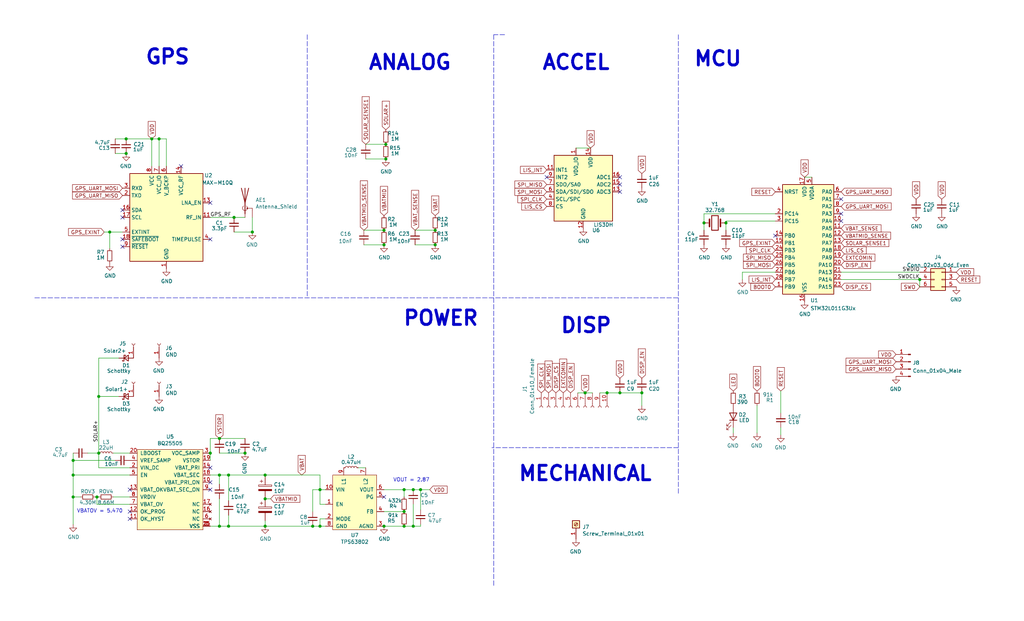
<source format=kicad_sch>
(kicad_sch (version 20211123) (generator eeschema)
  (paper "USLegal")
  (lib_symbols
    (symbol "Connector:Conn_01x01_Female" (pin_names (offset 1.016) hide)
      (property "Reference" "J" (at 0 2.54 0))
      (property "Value" "Conn_01x01_Female" (at 0 -2.54 0))
      (symbol "Conn_01x01_Female_1_1"
        (pin passive line (at -5.08 0 0) (length 3.81) (name "Pin_1") (number "1"))
      )
    )
    (symbol "Connector:Conn_01x04_Male" (pin_names (offset 1.016) hide)
      (property "Reference" "J" (at 0 5.08 0))
      (property "Value" "Conn_01x04_Male" (at 0 -7.62 0))
      (symbol "Conn_01x04_Male_1_1"
        (pin passive line (at 5.08 2.54 180) (length 3.81) (name "Pin_1") (number "1"))
        (pin passive line (at 5.08 0 180) (length 3.81) (name "Pin_2") (number "2"))
        (pin passive line (at 5.08 -2.54 180) (length 3.81) (name "Pin_3") (number "3"))
        (pin passive line (at 5.08 -5.08 180) (length 3.81) (name "Pin_4") (number "4"))
      )
    )
    (symbol "Connector:Conn_01x10_Female" (pin_names (offset 1.016) hide)
      (property "Reference" "J" (at 0 12.7 0))
      (property "Value" "Conn_01x10_Female" (at 0 -15.24 0))
      (symbol "Conn_01x10_Female_1_1"
        (pin passive line (at -5.08 10.16 0) (length 3.81) (name "Pin_1") (number "1"))
        (pin passive line (at -5.08 -12.7 0) (length 3.81) (name "Pin_10") (number "10"))
        (pin passive line (at -5.08 7.62 0) (length 3.81) (name "Pin_2") (number "2"))
        (pin passive line (at -5.08 5.08 0) (length 3.81) (name "Pin_3") (number "3"))
        (pin passive line (at -5.08 2.54 0) (length 3.81) (name "Pin_4") (number "4"))
        (pin passive line (at -5.08 0 0) (length 3.81) (name "Pin_5") (number "5"))
        (pin passive line (at -5.08 -2.54 0) (length 3.81) (name "Pin_6") (number "6"))
        (pin passive line (at -5.08 -5.08 0) (length 3.81) (name "Pin_7") (number "7"))
        (pin passive line (at -5.08 -7.62 0) (length 3.81) (name "Pin_8") (number "8"))
        (pin passive line (at -5.08 -10.16 0) (length 3.81) (name "Pin_9") (number "9"))
      )
    )
    (symbol "Connector:Screw_Terminal_01x01" (pin_names (offset 1.016) hide)
      (property "Reference" "J" (at 0 2.54 0))
      (property "Value" "Screw_Terminal_01x01" (at 0 -2.54 0))
      (symbol "Screw_Terminal_01x01_1_1"
        (pin passive line (at -5.08 0 0) (length 3.81) (name "Pin_1") (number "1"))
      )
    )
    (symbol "Connector_Generic:Conn_02x03_Odd_Even" (pin_names (offset 1.016) hide)
      (property "Reference" "J" (at 1.27 5.08 0))
      (property "Value" "Conn_02x03_Odd_Even" (at 1.27 -5.08 0))
      (symbol "Conn_02x03_Odd_Even_1_1"
        (pin passive line (at -5.08 2.54 0) (length 3.81) (name "Pin_1") (number "1"))
        (pin passive line (at 7.62 2.54 180) (length 3.81) (name "Pin_2") (number "2"))
        (pin passive line (at -5.08 0 0) (length 3.81) (name "Pin_3") (number "3"))
        (pin passive line (at 7.62 0 180) (length 3.81) (name "Pin_4") (number "4"))
        (pin passive line (at -5.08 -2.54 0) (length 3.81) (name "Pin_5") (number "5"))
        (pin passive line (at 7.62 -2.54 180) (length 3.81) (name "Pin_6") (number "6"))
      )
    )
    (symbol "Device:Antenna_Shield" (pin_numbers hide) (pin_names (offset 1.016) hide)
      (property "Reference" "AE" (at -1.905 4.445 0))
      (property "Value" "Antenna_Shield" (at -1.905 2.54 0))
      (symbol "Antenna_Shield_1_1"
        (pin input line (at 0 -5.08 90) (length 2.54) (name "A") (number "1"))
        (pin input line (at 2.54 -5.08 90) (length 2.54) (name "Shield") (number "2"))
      )
    )
    (symbol "Device:CP" (pin_numbers hide) (pin_names (offset 0.254))
      (property "Reference" "C" (at 0.635 2.54 0))
      (property "Value" "Device_CP" (at 0.635 -2.54 0))
      (symbol "CP_1_1"
        (pin passive line (at 0 3.81 270) (length 2.794) (name "~") (number "1"))
        (pin passive line (at 0 -3.81 90) (length 2.794) (name "~") (number "2"))
      )
    )
    (symbol "Device:C_Small" (pin_numbers hide) (pin_names (offset 0.254) hide)
      (property "Reference" "C" (at 0.254 1.778 0))
      (property "Value" "C_Small" (at 0.254 -2.032 0))
      (symbol "C_Small_1_1"
        (pin passive line (at 0 2.54 270) (length 2.032) (name "~") (number "1"))
        (pin passive line (at 0 -2.54 90) (length 2.032) (name "~") (number "2"))
      )
    )
    (symbol "Device:Crystal" (pin_numbers hide) (pin_names (offset 1.016) hide)
      (property "Reference" "Y" (at 0 3.81 0))
      (property "Value" "Crystal" (at 0 -3.81 0))
      (symbol "Crystal_1_1"
        (pin passive line (at -3.81 0 0) (length 1.27) (name "1") (number "1"))
        (pin passive line (at 3.81 0 180) (length 1.27) (name "2") (number "2"))
      )
    )
    (symbol "Device:D_Schottky_Small" (pin_numbers hide) (pin_names (offset 0.254) hide)
      (property "Reference" "D" (at -1.27 2.032 0))
      (property "Value" "D_Schottky_Small" (at -7.112 -2.032 0))
      (symbol "D_Schottky_Small_1_1"
        (pin passive line (at -2.54 0 0) (length 1.778) (name "K") (number "1"))
        (pin passive line (at 2.54 0 180) (length 1.778) (name "A") (number "2"))
      )
    )
    (symbol "Device:LED" (pin_numbers hide) (pin_names (offset 1.016) hide)
      (property "Reference" "D" (at 0 2.54 0))
      (property "Value" "LED" (at 0 -2.54 0))
      (symbol "LED_1_1"
        (pin passive line (at -3.81 0 0) (length 2.54) (name "K") (number "1"))
        (pin passive line (at 3.81 0 180) (length 2.54) (name "A") (number "2"))
      )
    )
    (symbol "Device:L_Small" (pin_numbers hide) (pin_names (offset 0.254) hide)
      (property "Reference" "L" (at 0.762 1.016 0))
      (property "Value" "L_Small" (at 0.762 -1.016 0))
      (symbol "L_Small_1_1"
        (pin passive line (at 0 2.54 270) (length 0.508) (name "~") (number "1"))
        (pin passive line (at 0 -2.54 90) (length 0.508) (name "~") (number "2"))
      )
    )
    (symbol "Device:R_Small" (pin_numbers hide) (pin_names (offset 0.254) hide)
      (property "Reference" "R" (at 0.762 0.508 0))
      (property "Value" "R_Small" (at 0.762 -1.016 0))
      (symbol "R_Small_1_1"
        (pin passive line (at 0 2.54 270) (length 0.762) (name "~") (number "1"))
        (pin passive line (at 0 -2.54 90) (length 0.762) (name "~") (number "2"))
      )
    )
    (symbol "MCU_ST_STM32L0:STM32L011G3Ux"
      (property "Reference" "U" (at -10.16 19.05 0))
      (property "Value" "STM32L011G3Ux" (at 2.54 19.05 0))
      (symbol "STM32L011G3Ux_1_1"
        (pin bidirectional line (at -12.7 -17.78 0) (length 2.54) (name "PB9") (number "1"))
        (pin bidirectional line (at 10.16 5.08 180) (length 2.54) (name "PA4") (number "10"))
        (pin bidirectional line (at 10.16 2.54 180) (length 2.54) (name "PA5") (number "11"))
        (pin bidirectional line (at 10.16 0 180) (length 2.54) (name "PA6") (number "12"))
        (pin bidirectional line (at 10.16 -2.54 180) (length 2.54) (name "PA7") (number "13"))
        (pin bidirectional line (at -12.7 0 0) (length 2.54) (name "PB0") (number "14"))
        (pin bidirectional line (at -12.7 -2.54 0) (length 2.54) (name "PB1") (number "15"))
        (pin power_in line (at -2.54 -22.86 90) (length 2.54) (name "VSS") (number "16"))
        (pin power_in line (at -2.54 20.32 270) (length 2.54) (name "VDD") (number "17"))
        (pin bidirectional line (at 10.16 -5.08 180) (length 2.54) (name "PA8") (number "18"))
        (pin bidirectional line (at 10.16 -7.62 180) (length 2.54) (name "PA9") (number "19"))
        (pin bidirectional line (at -12.7 7.62 0) (length 2.54) (name "PC14") (number "2"))
        (pin bidirectional line (at 10.16 -10.16 180) (length 2.54) (name "PA10") (number "20"))
        (pin bidirectional line (at 10.16 -12.7 180) (length 2.54) (name "PA13") (number "21"))
        (pin bidirectional line (at 10.16 -15.24 180) (length 2.54) (name "PA14") (number "22"))
        (pin bidirectional line (at 10.16 -17.78 180) (length 2.54) (name "PA15") (number "23"))
        (pin bidirectional line (at -12.7 -5.08 0) (length 2.54) (name "PB3") (number "24"))
        (pin bidirectional line (at -12.7 -7.62 0) (length 2.54) (name "PB4") (number "25"))
        (pin bidirectional line (at -12.7 -10.16 0) (length 2.54) (name "PB5") (number "26"))
        (pin bidirectional line (at -12.7 -12.7 0) (length 2.54) (name "PB6") (number "27"))
        (pin bidirectional line (at -12.7 -15.24 0) (length 2.54) (name "PB7") (number "28"))
        (pin bidirectional line (at -12.7 5.08 0) (length 2.54) (name "PC15") (number "3"))
        (pin input line (at -12.7 15.24 0) (length 2.54) (name "NRST") (number "4"))
        (pin power_in line (at 0 20.32 270) (length 2.54) (name "VDDA") (number "5"))
        (pin bidirectional line (at 10.16 15.24 180) (length 2.54) (name "PA0") (number "6"))
        (pin bidirectional line (at 10.16 12.7 180) (length 2.54) (name "PA1") (number "7"))
        (pin bidirectional line (at 10.16 10.16 180) (length 2.54) (name "PA2") (number "8"))
        (pin bidirectional line (at 10.16 7.62 180) (length 2.54) (name "PA3") (number "9"))
      )
    )
    (symbol "MargoGeneral:BQ25505" (pin_names (offset 1.016))
      (property "Reference" "U" (at 17.78 30.48 0))
      (property "Value" "MargoGeneral_BQ25505" (at 5.08 30.48 0))
      (symbol "BQ25505_1_1"
        (pin input line (at 25.4 1.27 180) (length 2.54) (name "VSS") (number "1"))
        (pin input line (at 25.4 16.51 180) (length 2.54) (name "VBAT_PRI_ON") (number "10"))
        (pin input line (at -2.54 3.81 0) (length 2.54) (name "OK_HYST") (number "11"))
        (pin input line (at -2.54 6.35 0) (length 2.54) (name "OK_PROG") (number "12"))
        (pin input line (at -2.54 13.97 0) (length 2.54) (name "VBAT_OK") (number "13"))
        (pin input line (at 25.4 21.59 180) (length 2.54) (name "VBAT_PRI") (number "14"))
        (pin input line (at 25.4 1.27 180) (length 2.54) (name "VSS") (number "15"))
        (pin no_connect line (at 25.4 6.35 180) (length 2.54) (name "NC") (number "16"))
        (pin no_connect line (at 25.4 8.89 180) (length 2.54) (name "NC") (number "17"))
        (pin input line (at 25.4 19.05 180) (length 2.54) (name "VBAT_SEC") (number "18"))
        (pin input line (at 25.4 24.13 180) (length 2.54) (name "VSTOR") (number "19"))
        (pin input line (at -2.54 21.59 0) (length 2.54) (name "VIN_DC") (number "2"))
        (pin input line (at -2.54 26.67 0) (length 2.54) (name "LBOOST") (number "20"))
        (pin input line (at 25.4 1.27 180) (length 2.54) (name "VSS") (number "21"))
        (pin input line (at 25.4 26.67 180) (length 2.54) (name "VOC_SAMP") (number "3"))
        (pin input line (at -2.54 24.13 0) (length 2.54) (name "VREF_SAMP") (number "4"))
        (pin input line (at -2.54 19.05 0) (length 2.54) (name "EN") (number "5"))
        (pin no_connect line (at 25.4 3.81 180) (length 2.54) (name "NC") (number "6"))
        (pin input line (at -2.54 8.89 0) (length 2.54) (name "VBAT_OV") (number "7"))
        (pin input line (at -2.54 11.43 0) (length 2.54) (name "VRDIV") (number "8"))
        (pin input line (at 25.4 13.97 180) (length 2.54) (name "VBAT_SEC_ON") (number "9"))
      )
    )
    (symbol "RF_GPS:MAX-M8Q"
      (property "Reference" "U" (at -10.16 16.51 0))
      (property "Value" "MAX-M8Q" (at 11.43 16.51 0))
      (symbol "MAX-M8Q_1_1"
        (pin power_in line (at 0 -17.78 90) (length 2.54) (name "GND") (number "1"))
        (pin passive line (at 0 -17.78 90) (length 2.54) hide (name "GND") (number "10"))
        (pin input line (at 15.24 0 180) (length 2.54) (name "RF_IN") (number "11"))
        (pin passive line (at 0 -17.78 90) (length 2.54) hide (name "GND") (number "12"))
        (pin output line (at 15.24 5.08 180) (length 2.54) (name "LNA_EN") (number "13"))
        (pin power_out line (at 5.08 17.78 270) (length 2.54) (name "VCC_RF") (number "14"))
        (pin no_connect line (at 12.7 -5.08 180) (length 2.54) hide (name "Reserved") (number "15"))
        (pin bidirectional line (at -15.24 2.54 0) (length 2.54) (name "SDA") (number "16"))
        (pin input line (at -15.24 0 0) (length 2.54) (name "SCL") (number "17"))
        (pin input line (at -15.24 -7.62 0) (length 2.54) (name "~{SAFEBOOT}") (number "18"))
        (pin output line (at -15.24 7.62 0) (length 2.54) (name "TXD") (number "2"))
        (pin input line (at -15.24 10.16 0) (length 2.54) (name "RXD") (number "3"))
        (pin output line (at 15.24 -7.62 180) (length 2.54) (name "TIMEPULSE") (number "4"))
        (pin input line (at -15.24 -5.08 0) (length 2.54) (name "EXTINT") (number "5"))
        (pin power_in line (at 0 17.78 270) (length 2.54) (name "V_BCKP") (number "6"))
        (pin power_in line (at -2.54 17.78 270) (length 2.54) (name "VCC_IO") (number "7"))
        (pin power_in line (at -5.08 17.78 270) (length 2.54) (name "VCC") (number "8"))
        (pin input line (at -15.24 -10.16 0) (length 2.54) (name "~{RESET}") (number "9"))
      )
    )
    (symbol "Sensor_Motion:LIS3DH"
      (property "Reference" "U" (at -7.62 11.43 0))
      (property "Value" "LIS3DH" (at 6.35 11.43 0))
      (symbol "LIS3DH_1_1"
        (pin power_in line (at -2.54 12.7 270) (length 2.54) (name "VDD_IO") (number "1"))
        (pin passive line (at 0 -15.24 90) (length 2.54) hide (name "GND") (number "10"))
        (pin output line (at -12.7 5.08 0) (length 2.54) (name "INT1") (number "11"))
        (pin power_in line (at 0 -15.24 90) (length 2.54) (name "GND") (number "12"))
        (pin input line (at 12.7 -2.54 180) (length 2.54) (name "ADC3") (number "13"))
        (pin power_in line (at 2.54 12.7 270) (length 2.54) (name "VDD") (number "14"))
        (pin input line (at 12.7 0 180) (length 2.54) (name "ADC2") (number "15"))
        (pin input line (at 12.7 2.54 180) (length 2.54) (name "ADC1") (number "16"))
        (pin no_connect line (at 10.16 5.08 180) (length 2.54) hide (name "NC") (number "2"))
        (pin no_connect line (at 10.16 7.62 180) (length 2.54) hide (name "NC") (number "3"))
        (pin input line (at -12.7 -5.08 0) (length 2.54) (name "SCL/SPC") (number "4"))
        (pin passive line (at 0 -15.24 90) (length 2.54) hide (name "GND") (number "5"))
        (pin bidirectional line (at -12.7 -2.54 0) (length 2.54) (name "SDA/SDI/SDO") (number "6"))
        (pin bidirectional line (at -12.7 0 0) (length 2.54) (name "SDO/SA0") (number "7"))
        (pin input line (at -12.7 -7.62 0) (length 2.54) (name "CS") (number "8"))
        (pin output line (at -12.7 2.54 0) (length 2.54) (name "INT2") (number "9"))
      )
    )
    (symbol "SolarGPS-rescue:TPS63802-VeridianDesigns" (pin_names (offset 1.016))
      (property "Reference" "U" (at -10.16 24.13 0))
      (property "Value" "TPS63802-VeridianDesigns" (at -6.35 26.67 0))
      (symbol "TPS63802-VeridianDesigns_1_1"
        (pin input line (at -2.54 8.89 0) (length 2.54) (name "EN") (number "1"))
        (pin input line (at -2.54 13.97 0) (length 2.54) (name "VIN") (number "10"))
        (pin input line (at -2.54 3.81 0) (length 2.54) (name "MODE") (number "2"))
        (pin input line (at 17.78 1.27 180) (length 2.54) (name "AGND") (number "3"))
        (pin input line (at 17.78 6.35 180) (length 2.54) (name "FB") (number "4"))
        (pin input line (at 17.78 11.43 180) (length 2.54) (name "PG") (number "5"))
        (pin input line (at 17.78 13.97 180) (length 2.54) (name "VOUT") (number "6"))
        (pin input line (at 11.43 21.59 270) (length 2.54) (name "L2") (number "7"))
        (pin input line (at -2.54 1.27 0) (length 2.54) (name "GND") (number "8"))
        (pin input line (at 3.81 21.59 270) (length 2.54) (name "L1") (number "9"))
      )
    )
    (symbol "power:GND" (power) (pin_names (offset 0))
      (property "Value" "GND" (at 0 -3.81 0))
      (symbol "GND_1_1"
        (pin power_in line (at 0 0 270) (length 0) hide (name "GND") (number "1"))
      )
    )
  )
  (junction (at 111.125 182.88))
  (junction (at 143.51 182.88))
  (junction (at 133.35 85.09))
  (junction (at 76.2 165.1))
  (junction (at 25.4 160.02))
  (junction (at 210.82 136.525))
  (junction (at 38.1 80.645))
  (junction (at 133.985 50.165))
  (junction (at 76.2 152.4))
  (junction (at 43.815 53.34))
  (junction (at 76.2 182.88))
  (junction (at 133.35 80.01))
  (junction (at 140.335 182.88))
  (junction (at 81.28 75.565))
  (junction (at 143.51 170.18))
  (junction (at 43.815 48.26))
  (junction (at 252.095 77.47))
  (junction (at 55.245 48.26))
  (junction (at 140.335 177.8))
  (junction (at 244.475 77.47))
  (junction (at 203.2 136.525))
  (junction (at 79.375 165.1))
  (junction (at 151.13 85.09))
  (junction (at 87.63 80.645))
  (junction (at 319.405 97.155))
  (junction (at 34.29 157.48))
  (junction (at 215.265 136.525))
  (junction (at 92.075 165.1))
  (junction (at 79.375 182.88))
  (junction (at 33.655 172.72))
  (junction (at 151.13 80.01))
  (junction (at 92.075 182.88))
  (junction (at 111.125 170.18))
  (junction (at 25.4 172.72))
  (junction (at 52.705 48.26))
  (junction (at 140.335 170.18))
  (junction (at 133.35 182.88))
  (junction (at 85.09 157.48))
  (junction (at 34.29 137.795))
  (junction (at 133.985 55.245))
  (junction (at 73.025 157.48))
  (junction (at 146.05 170.18))
  (junction (at 108.585 182.88))
  (junction (at 25.4 165.1))
  (junction (at 222.885 136.525))
  (junction (at 92.075 173.355))
  (no_connect (at 42.545 75.565))
  (no_connect (at 73.025 70.485))
  (no_connect (at 73.025 162.56))
  (no_connect (at 62.865 57.785))
  (no_connect (at 45.085 170.18))
  (no_connect (at 292.1 69.215))
  (no_connect (at 42.545 83.185))
  (no_connect (at 215.265 66.675))
  (no_connect (at 45.085 177.8))
  (no_connect (at 292.1 76.835))
  (no_connect (at 215.265 64.135))
  (no_connect (at 292.1 74.295))
  (no_connect (at 73.025 167.64))
  (no_connect (at 269.24 81.915))
  (no_connect (at 189.865 61.595))
  (no_connect (at 73.025 170.18))
  (no_connect (at 215.265 61.595))
  (no_connect (at 133.35 172.72))
  (no_connect (at 42.545 85.725))
  (no_connect (at 42.545 73.025))
  (no_connect (at 73.025 83.185))
  (no_connect (at 45.085 180.34))
  (wire (pts (xy 244.475 74.295) (xy 269.24 74.295)))
  (wire (pts (xy 57.785 57.785) (xy 57.785 48.26)))
  (wire (pts (xy 108.585 182.88) (xy 111.125 182.88)))
  (wire (pts (xy 73.025 165.1) (xy 76.2 165.1)))
  (wire (pts (xy 269.24 94.615) (xy 257.81 94.615)))
  (wire (pts (xy 143.51 175.26) (xy 143.51 182.88)))
  (wire (pts (xy 252.095 76.835) (xy 269.24 76.835)))
  (wire (pts (xy 124.46 162.56) (xy 127 162.56)))
  (wire (pts (xy 34.29 124.46) (xy 34.29 137.795)))
  (wire (pts (xy 92.075 165.735) (xy 92.075 165.1)))
  (wire (pts (xy 126.365 85.09) (xy 133.35 85.09)))
  (wire (pts (xy 33.655 172.72) (xy 33.655 175.26)))
  (wire (pts (xy 254.635 150.495) (xy 254.635 148.59)))
  (wire (pts (xy 149.225 170.18) (xy 146.05 170.18)))
  (wire (pts (xy 108.585 170.18) (xy 111.125 170.18)))
  (wire (pts (xy 79.375 173.99) (xy 79.375 165.1)))
  (wire (pts (xy 113.03 175.26) (xy 111.125 175.26)))
  (wire (pts (xy 38.1 80.645) (xy 38.1 86.36)))
  (wire (pts (xy 52.705 48.26) (xy 55.245 48.26)))
  (wire (pts (xy 36.195 80.645) (xy 38.1 80.645)))
  (wire (pts (xy 55.245 48.26) (xy 55.245 57.785)))
  (wire (pts (xy 292.1 94.615) (xy 319.405 94.615)))
  (polyline (pts (xy 12.065 103.505) (xy 235.585 103.505)))
  (wire (pts (xy 111.125 182.88) (xy 113.03 182.88)))
  (wire (pts (xy 33.655 175.26) (xy 45.085 175.26)))
  (wire (pts (xy 113.03 170.18) (xy 111.125 170.18)))
  (wire (pts (xy 76.2 165.1) (xy 79.375 165.1)))
  (wire (pts (xy 215.265 136.525) (xy 222.885 136.525)))
  (wire (pts (xy 76.2 165.1) (xy 76.2 168.275)))
  (wire (pts (xy 271.145 135.89) (xy 271.145 143.51)))
  (wire (pts (xy 52.705 57.785) (xy 52.705 48.26)))
  (wire (pts (xy 52.705 48.26) (xy 43.815 48.26)))
  (wire (pts (xy 140.335 172.72) (xy 140.335 170.18)))
  (wire (pts (xy 25.4 182.245) (xy 25.4 172.72)))
  (wire (pts (xy 262.89 140.97) (xy 262.89 150.495)))
  (wire (pts (xy 210.82 136.525) (xy 208.28 136.525)))
  (wire (pts (xy 73.025 75.565) (xy 81.28 75.565)))
  (wire (pts (xy 40.005 53.34) (xy 43.815 53.34)))
  (wire (pts (xy 319.405 97.155) (xy 319.405 99.695)))
  (wire (pts (xy 25.4 172.72) (xy 25.4 165.1)))
  (wire (pts (xy 111.125 180.34) (xy 111.125 182.88)))
  (wire (pts (xy 127 55.245) (xy 133.985 55.245)))
  (wire (pts (xy 79.375 182.88) (xy 92.075 182.88)))
  (wire (pts (xy 271.145 148.59) (xy 271.145 151.13)))
  (wire (pts (xy 34.29 157.48) (xy 34.29 162.56)))
  (polyline (pts (xy 235.585 155.575) (xy 170.815 155.575)))
  (wire (pts (xy 34.29 162.56) (xy 45.085 162.56)))
  (wire (pts (xy 244.475 74.295) (xy 244.475 77.47)))
  (wire (pts (xy 133.35 177.8) (xy 140.335 177.8)))
  (wire (pts (xy 30.48 157.48) (xy 34.29 157.48)))
  (wire (pts (xy 144.145 80.01) (xy 151.13 80.01)))
  (wire (pts (xy 76.2 182.88) (xy 79.375 182.88)))
  (wire (pts (xy 146.05 170.18) (xy 143.51 170.18)))
  (wire (pts (xy 87.63 80.645) (xy 87.63 75.565)))
  (wire (pts (xy 38.1 80.645) (xy 42.545 80.645)))
  (wire (pts (xy 203.2 136.525) (xy 200.66 136.525)))
  (wire (pts (xy 92.075 182.88) (xy 92.075 180.975)))
  (wire (pts (xy 79.375 179.07) (xy 79.375 182.88)))
  (wire (pts (xy 33.655 172.72) (xy 33.02 172.72)))
  (wire (pts (xy 127 50.165) (xy 133.985 50.165)))
  (wire (pts (xy 73.025 160.02) (xy 73.025 157.48)))
  (wire (pts (xy 45.085 172.72) (xy 39.37 172.72)))
  (polyline (pts (xy 235.585 171.45) (xy 235.585 12.065)))
  (polyline (pts (xy 171.45 12.065) (xy 171.45 203.835)))
  (wire (pts (xy 292.1 97.155) (xy 319.405 97.155)))
  (wire (pts (xy 126.365 80.01) (xy 133.35 80.01)))
  (wire (pts (xy 76.2 173.355) (xy 76.2 182.88)))
  (polyline (pts (xy 106.68 12.065) (xy 106.68 103.505)))
  (wire (pts (xy 143.51 182.88) (xy 146.05 182.88)))
  (wire (pts (xy 92.075 165.1) (xy 111.125 165.1)))
  (wire (pts (xy 25.4 165.1) (xy 25.4 160.02)))
  (wire (pts (xy 146.05 182.88) (xy 146.05 182.245)))
  (wire (pts (xy 279.4 61.595) (xy 281.94 61.595)))
  (wire (pts (xy 203.2 136.525) (xy 205.74 136.525)))
  (wire (pts (xy 73.025 157.48) (xy 73.025 152.4)))
  (wire (pts (xy 79.375 165.1) (xy 92.075 165.1)))
  (wire (pts (xy 45.085 165.1) (xy 25.4 165.1)))
  (polyline (pts (xy 175.26 12.065) (xy 171.45 12.065)))
  (wire (pts (xy 252.095 77.47) (xy 252.095 80.01)))
  (wire (pts (xy 92.075 182.88) (xy 108.585 182.88)))
  (wire (pts (xy 92.075 173.355) (xy 93.98 173.355)))
  (wire (pts (xy 140.335 170.18) (xy 133.35 170.18)))
  (wire (pts (xy 41.275 124.46) (xy 34.29 124.46)))
  (wire (pts (xy 57.785 48.26) (xy 55.245 48.26)))
  (wire (pts (xy 81.28 80.645) (xy 87.63 80.645)))
  (wire (pts (xy 252.095 76.835) (xy 252.095 77.47)))
  (wire (pts (xy 76.2 152.4) (xy 85.09 152.4)))
  (wire (pts (xy 111.125 180.34) (xy 113.03 180.34)))
  (wire (pts (xy 244.475 77.47) (xy 244.475 80.01)))
  (wire (pts (xy 39.37 157.48) (xy 45.085 157.48)))
  (wire (pts (xy 25.4 160.02) (xy 40.005 160.02)))
  (wire (pts (xy 73.025 152.4) (xy 76.2 152.4)))
  (wire (pts (xy 108.585 177.8) (xy 108.585 170.18)))
  (wire (pts (xy 222.885 136.525) (xy 222.885 140.97)))
  (wire (pts (xy 34.29 172.72) (xy 33.655 172.72)))
  (wire (pts (xy 143.51 170.18) (xy 140.335 170.18)))
  (wire (pts (xy 40.005 48.26) (xy 43.815 48.26)))
  (wire (pts (xy 146.05 177.165) (xy 146.05 170.18)))
  (wire (pts (xy 25.4 172.72) (xy 27.94 172.72)))
  (wire (pts (xy 111.125 165.1) (xy 111.125 170.18)))
  (wire (pts (xy 81.28 75.565) (xy 85.09 75.565)))
  (wire (pts (xy 76.2 157.48) (xy 85.09 157.48)))
  (wire (pts (xy 34.29 137.795) (xy 34.29 157.48)))
  (wire (pts (xy 257.81 94.615) (xy 257.81 97.155)))
  (wire (pts (xy 111.125 175.26) (xy 111.125 170.18)))
  (wire (pts (xy 76.2 182.88) (xy 73.025 182.88)))
  (wire (pts (xy 133.35 182.88) (xy 140.335 182.88)))
  (wire (pts (xy 205.105 51.435) (xy 200.025 51.435)))
  (wire (pts (xy 144.145 85.09) (xy 151.13 85.09)))
  (wire (pts (xy 140.335 182.88) (xy 143.51 182.88)))
  (wire (pts (xy 41.275 137.795) (xy 34.29 137.795)))
  (wire (pts (xy 25.4 157.48) (xy 25.4 160.02)))
  (wire (pts (xy 210.82 136.525) (xy 215.265 136.525)))
  (text "VOUT = 2.87" (at 136.525 167.64 0) (effects (font (size 1.27 1.27)) (justify left bottom)))
  (text "GPS" (at 50.165 22.86 0) (effects (font (size 5.0038 5.0038) (thickness 1.0008) bold) (justify left bottom)))
  (text "MCU" (at 240.665 23.495 0) (effects (font (size 5.0038 5.0038) (thickness 1.0008) bold) (justify left bottom)))
  (text "ACCEL" (at 187.96 24.765 0) (effects (font (size 5.0038 5.0038) (thickness 1.0008) bold) (justify left bottom)))
  (text "DISP" (at 194.31 116.205 0) (effects (font (size 5.0038 5.0038) (thickness 1.0008) bold) (justify left bottom)))
  (text "POWER" (at 139.7 113.665 0) (effects (font (size 5.0038 5.0038) (thickness 1.0008) bold) (justify left bottom)))
  (text "VBATOV = 5.470" (at 26.67 178.435 0) (effects (font (size 1.27 1.27)) (justify left bottom)))
  (text "ANALOG" (at 127.635 24.765 0) (effects (font (size 5.0038 5.0038) (thickness 1.0008) bold) (justify left bottom)))
  (text "MECHANICAL" (at 179.705 167.64 0) (effects (font (size 5.0038 5.0038) (thickness 1.0008) bold) (justify left bottom)))
  (label "GPS_RF" (at 73.025 75.565 0))
  (label "SWDCLK" (at 319.405 97.155 180))
  (label "SOLAR+" (at 34.29 153.67 90))
  (label "SWDIO" (at 319.405 94.615 180))
  (global_label "SPI_MOSI" (shape input) (at 189.865 66.675 180) (property "Intersheet References" "${INTERSHEET_REFS}" (effects hide)))
  (global_label "VBAT_SENSE" (shape input) (at 144.145 80.01 90) (property "Intersheet References" "${INTERSHEET_REFS}" (effects hide)))
  (global_label "SOLAR+" (shape input) (at 133.985 45.085 90) (property "Intersheet References" "${INTERSHEET_REFS}" (effects hide)))
  (global_label "GPS_UART_MOSI" (shape input) (at 292.1 71.755 0) (property "Intersheet References" "${INTERSHEET_REFS}" (effects hide)))
  (global_label "RESET" (shape input) (at 269.24 66.675 180) (property "Intersheet References" "${INTERSHEET_REFS}" (effects hide)))
  (global_label "SPI_MOSI" (shape input) (at 190.5 136.525 90) (property "Intersheet References" "${INTERSHEET_REFS}" (effects hide)))
  (global_label "SPI_MISO" (shape input) (at 269.24 89.535 180) (property "Intersheet References" "${INTERSHEET_REFS}" (effects hide)))
  (global_label "VDD" (shape input) (at 318.135 69.215 90) (property "Intersheet References" "${INTERSHEET_REFS}" (effects hide)))
  (global_label "VDD" (shape input) (at 52.705 48.26 90) (property "Intersheet References" "${INTERSHEET_REFS}" (effects hide)))
  (global_label "LIS_CS" (shape input) (at 292.1 86.995 0) (property "Intersheet References" "${INTERSHEET_REFS}" (effects hide)))
  (global_label "GPS_UART_MISO" (shape input) (at 311.15 128.27 180) (property "Intersheet References" "${INTERSHEET_REFS}" (effects hide)))
  (global_label "BOOT0" (shape input) (at 262.89 135.89 90) (property "Intersheet References" "${INTERSHEET_REFS}" (effects hide)))
  (global_label "DISP_CS" (shape input) (at 292.1 99.695 0) (property "Intersheet References" "${INTERSHEET_REFS}" (effects hide)))
  (global_label "VDD" (shape input) (at 311.15 123.19 180) (property "Intersheet References" "${INTERSHEET_REFS}" (effects hide)))
  (global_label "GPS_UART_MOSI" (shape input) (at 42.545 65.405 180) (property "Intersheet References" "${INTERSHEET_REFS}" (effects hide)))
  (global_label "DISP_EN" (shape input) (at 292.1 92.075 0) (property "Intersheet References" "${INTERSHEET_REFS}" (effects hide)))
  (global_label "VBATMID_SENSE" (shape input) (at 292.1 81.915 0) (property "Intersheet References" "${INTERSHEET_REFS}" (effects hide)))
  (global_label "DISP_EN" (shape input) (at 222.885 131.445 90) (property "Intersheet References" "${INTERSHEET_REFS}" (effects hide)))
  (global_label "EXTCOMIN" (shape input) (at 195.58 136.525 90) (property "Intersheet References" "${INTERSHEET_REFS}" (effects hide)))
  (global_label "GPS_UART_MISO" (shape input) (at 42.545 67.945 180) (property "Intersheet References" "${INTERSHEET_REFS}" (effects hide)))
  (global_label "LIS_INT" (shape input) (at 269.24 97.155 180) (property "Intersheet References" "${INTERSHEET_REFS}" (effects hide)))
  (global_label "SPI_MISO" (shape input) (at 189.865 64.135 180) (property "Intersheet References" "${INTERSHEET_REFS}" (effects hide)))
  (global_label "VDD" (shape input) (at 215.265 131.445 90) (property "Intersheet References" "${INTERSHEET_REFS}" (effects hide)))
  (global_label "VBAT_SENSE" (shape input) (at 292.1 79.375 0) (property "Intersheet References" "${INTERSHEET_REFS}" (effects hide)))
  (global_label "VDD" (shape input) (at 332.105 94.615 0) (property "Intersheet References" "${INTERSHEET_REFS}" (effects hide)))
  (global_label "DISP_CS" (shape input) (at 193.04 136.525 90) (property "Intersheet References" "${INTERSHEET_REFS}" (effects hide)))
  (global_label "GPS_UART_MOSI" (shape input) (at 311.15 125.73 180) (property "Intersheet References" "${INTERSHEET_REFS}" (effects hide)))
  (global_label "SOLAR_SENSE1" (shape input) (at 292.1 84.455 0) (property "Intersheet References" "${INTERSHEET_REFS}" (effects hide)))
  (global_label "VBAT" (shape input) (at 151.13 74.93 90) (property "Intersheet References" "${INTERSHEET_REFS}" (effects hide)))
  (global_label "VBATMID" (shape input) (at 93.98 173.355 0) (property "Intersheet References" "${INTERSHEET_REFS}" (effects hide)))
  (global_label "DISP_EN" (shape input) (at 198.12 136.525 90) (property "Intersheet References" "${INTERSHEET_REFS}" (effects hide)))
  (global_label "GPS_EXINT" (shape input) (at 269.24 84.455 180) (property "Intersheet References" "${INTERSHEET_REFS}" (effects hide)))
  (global_label "LED" (shape input) (at 254.635 135.89 90) (property "Intersheet References" "${INTERSHEET_REFS}" (effects hide)))
  (global_label "SPI_CLK" (shape input) (at 189.865 69.215 180) (property "Intersheet References" "${INTERSHEET_REFS}" (effects hide)))
  (global_label "SPI_CLK" (shape input) (at 187.96 136.525 90) (property "Intersheet References" "${INTERSHEET_REFS}" (effects hide)))
  (global_label "VBATMID_SENSE" (shape input) (at 126.365 80.01 90) (property "Intersheet References" "${INTERSHEET_REFS}" (effects hide)))
  (global_label "SOLAR_SENSE1" (shape input) (at 127 50.165 90) (property "Intersheet References" "${INTERSHEET_REFS}" (effects hide)))
  (global_label "VDD" (shape input) (at 279.4 61.595 90) (property "Intersheet References" "${INTERSHEET_REFS}" (effects hide)))
  (global_label "VDD" (shape input) (at 205.105 51.435 90) (property "Intersheet References" "${INTERSHEET_REFS}" (effects hide)))
  (global_label "LIS_CS" (shape input) (at 189.865 71.755 180) (property "Intersheet References" "${INTERSHEET_REFS}" (effects hide)))
  (global_label "RESET" (shape input) (at 271.145 135.89 90) (property "Intersheet References" "${INTERSHEET_REFS}" (effects hide)))
  (global_label "EXTCOMIN" (shape input) (at 292.1 89.535 0) (property "Intersheet References" "${INTERSHEET_REFS}" (effects hide)))
  (global_label "VBAT" (shape input) (at 104.775 165.1 90) (property "Intersheet References" "${INTERSHEET_REFS}" (effects hide)))
  (global_label "GPS_EXINT" (shape input) (at 36.195 80.645 180) (property "Intersheet References" "${INTERSHEET_REFS}" (effects hide)))
  (global_label "SPI_CLK" (shape input) (at 269.24 86.995 180) (property "Intersheet References" "${INTERSHEET_REFS}" (effects hide)))
  (global_label "VSTOR" (shape input) (at 76.2 152.4 90) (property "Intersheet References" "${INTERSHEET_REFS}" (effects hide)))
  (global_label "VDD" (shape input) (at 149.225 170.18 0) (property "Intersheet References" "${INTERSHEET_REFS}" (effects hide)))
  (global_label "SPI_MOSI" (shape input) (at 269.24 92.075 180) (property "Intersheet References" "${INTERSHEET_REFS}" (effects hide)))
  (global_label "VBATMID" (shape input) (at 133.35 74.93 90) (property "Intersheet References" "${INTERSHEET_REFS}" (effects hide)))
  (global_label "VDD" (shape input) (at 203.2 136.525 90) (property "Intersheet References" "${INTERSHEET_REFS}" (effects hide)))
  (global_label "LIS_INT" (shape input) (at 189.865 59.055 180) (property "Intersheet References" "${INTERSHEET_REFS}" (effects hide)))
  (global_label "VDD" (shape input) (at 327.025 69.215 90) (property "Intersheet References" "${INTERSHEET_REFS}" (effects hide)))
  (global_label "RESET" (shape input) (at 332.105 97.155 0) (property "Intersheet References" "${INTERSHEET_REFS}" (effects hide)))
  (global_label "GPS_UART_MISO" (shape input) (at 292.1 66.675 0) (property "Intersheet References" "${INTERSHEET_REFS}" (effects hide)))
  (global_label "VDD" (shape input) (at 222.885 60.325 90) (property "Intersheet References" "${INTERSHEET_REFS}" (effects hide)))
  (global_label "SWO" (shape input) (at 319.405 99.695 180) (property "Intersheet References" "${INTERSHEET_REFS}" (effects hide)))
  (global_label "BOOT0" (shape input) (at 269.24 99.695 180) (property "Intersheet References" "${INTERSHEET_REFS}" (effects hide)))
  (symbol (lib_id "power:GND") (at 57.785 93.345 0) (unit 1)
    (property "Reference" "#PWR015" (effects hide))
    (property "Value" "GND" (at 57.912 97.7392 0))
  )
  (symbol (lib_id "Device:R_Small") (at 151.13 82.55 0) (mirror x) (unit 1)
    (property "Reference" "R13" (at 153.67 81.28 0))
    (property "Value" "1M" (at 154.305 83.185 0))
    (property "Footprint" "Resistor_SMD:R_0603_1608Metric" (effects hide))
  )
  (symbol (lib_id "Device:C_Small") (at 144.145 82.55 0) (mirror x) (unit 1)
    (property "Reference" "C23" (at 140.335 81.28 0))
    (property "Value" "10nF" (at 140.335 83.82 0))
    (property "Footprint" "Capacitor_SMD:C_0603_1608Metric" (effects hide))
  )
  (symbol (lib_id "power:GND") (at 151.13 85.09 0) (unit 1)
    (property "Reference" "#PWR010" (effects hide))
    (property "Value" "GND" (at 151.257 89.4842 0))
  )
  (symbol (lib_id "Device:R_Small") (at 151.13 77.47 0) (mirror x) (unit 1)
    (property "Reference" "R12" (at 153.67 76.2 0))
    (property "Value" "1M" (at 154.305 78.105 0))
    (property "Footprint" "Resistor_SMD:R_0603_1608Metric" (effects hide))
  )
  (symbol (lib_id "Device:R_Small") (at 133.985 52.705 0) (mirror x) (unit 1)
    (property "Reference" "R15" (at 137.16 51.435 0))
    (property "Value" "1M" (at 137.16 53.34 0))
    (property "Footprint" "Resistor_SMD:R_0603_1608Metric" (effects hide))
  )
  (symbol (lib_id "Device:C_Small") (at 127 52.705 0) (mirror x) (unit 1)
    (property "Reference" "C28" (at 121.92 52.07 0))
    (property "Value" "10nF" (at 121.92 53.975 0))
    (property "Footprint" "Capacitor_SMD:C_0603_1608Metric" (effects hide))
  )
  (symbol (lib_id "power:GND") (at 133.985 55.245 0) (unit 1)
    (property "Reference" "#PWR017" (effects hide))
    (property "Value" "GND" (at 134.112 59.6392 0))
  )
  (symbol (lib_id "Device:R_Small") (at 133.985 47.625 0) (mirror x) (unit 1)
    (property "Reference" "R14" (at 136.525 46.355 0))
    (property "Value" "1M" (at 137.16 48.26 0))
    (property "Footprint" "Resistor_SMD:R_0603_1608Metric" (effects hide))
  )
  (symbol (lib_id "RF_GPS:MAX-M8Q") (at 57.785 75.565 0) (unit 1)
    (property "Reference" "U2" (at 72.39 60.96 0))
    (property "Value" "MAX-M10Q" (at 75.565 63.5 0))
    (property "Footprint" "RF_GPS:ublox_MAX" (effects hide))
    (property "Datasheet" "https://www.u-blox.com/sites/default/files/MAX-M8-FW3_DataSheet_%28UBX-15031506%29.pdf" (effects hide))
  )
  (symbol (lib_id "Device:C_Small") (at 79.375 176.53 0) (mirror x) (unit 1)
    (property "Reference" "C12" (at 83.82 175.895 0))
    (property "Value" "47uF" (at 84.455 177.8 0))
    (property "Footprint" "Capacitor_SMD:C_1206_3216Metric" (effects hide))
  )
  (symbol (lib_id "Connector:Conn_01x10_Female") (at 198.12 141.605 90) (mirror x) (unit 1)
    (property "Reference" "J1" (at 182.245 133.985 0) (effects (justify left)))
    (property "Value" "Conn_01x10_Female" (at 184.785 124.46 0) (effects (justify left)))
    (property "Footprint" "Margo_Lib:LS013B7DH03" (effects hide))
  )
  (symbol (lib_id "Device:C_Small") (at 318.135 71.755 0) (unit 1)
    (property "Reference" "C25" (at 320.675 71.12 0) (effects (justify left)))
    (property "Value" "1uF" (at 320.4718 72.898 0) (effects (justify left)))
    (property "Footprint" "Capacitor_SMD:C_0603_1608Metric" (effects hide))
  )
  (symbol (lib_id "power:GND") (at 318.135 74.295 0) (unit 1)
    (property "Reference" "#PWR01" (effects hide))
    (property "Value" "GND" (at 318.262 78.6892 0))
  )
  (symbol (lib_id "Device:C_Small") (at 85.09 154.94 0) (mirror x) (unit 1)
    (property "Reference" "C2" (at 88.9 154.305 0))
    (property "Value" "4.7uF" (at 90.17 156.21 0))
    (property "Footprint" "Capacitor_SMD:C_0805_2012Metric" (effects hide))
  )
  (symbol (lib_id "Sensor_Motion:LIS3DH") (at 202.565 64.135 0) (unit 1)
    (property "Reference" "U6" (at 207.01 80.01 0))
    (property "Value" "LIS3DH" (at 209.55 78.105 0))
    (property "Footprint" "Package_LGA:LGA-16_3x3mm_P0.5mm_LayoutBorder3x5y" (effects hide))
    (property "Datasheet" "https://www.st.com/resource/en/datasheet/cd00274221.pdf" (effects hide))
  )
  (symbol (lib_id "power:GND") (at 133.35 85.09 0) (unit 1)
    (property "Reference" "#PWR0103" (effects hide))
    (property "Value" "GND" (at 133.477 89.4842 0))
  )
  (symbol (lib_id "Device:R_Small") (at 133.35 82.55 0) (mirror x) (unit 1)
    (property "Reference" "R6" (at 135.89 81.28 0))
    (property "Value" "1M" (at 136.525 83.185 0))
    (property "Footprint" "Resistor_SMD:R_0603_1608Metric" (effects hide))
  )
  (symbol (lib_id "Device:C_Small") (at 126.365 82.55 0) (mirror x) (unit 1)
    (property "Reference" "C16" (at 120.015 81.28 0))
    (property "Value" "10nF" (at 120.015 83.82 0))
    (property "Footprint" "Capacitor_SMD:C_0603_1608Metric" (effects hide))
  )
  (symbol (lib_id "Device:R_Small") (at 133.35 77.47 0) (mirror x) (unit 1)
    (property "Reference" "R2" (at 135.89 76.2 0))
    (property "Value" "1M" (at 136.525 78.105 0))
    (property "Footprint" "Resistor_SMD:R_0603_1608Metric" (effects hide))
  )
  (symbol (lib_id "Device:C_Small") (at 222.885 62.865 0) (mirror x) (unit 1)
    (property "Reference" "C26" (at 225.2218 64.0334 0) (effects (justify left)))
    (property "Value" "1uF" (at 225.2218 61.722 0) (effects (justify left)))
    (property "Footprint" "Capacitor_SMD:C_0603_1608Metric" (effects hide))
  )
  (symbol (lib_id "power:GND") (at 202.565 79.375 0) (unit 1)
    (property "Reference" "#PWR0126" (effects hide))
    (property "Value" "GND" (at 202.692 83.7692 0))
  )
  (symbol (lib_id "power:GND") (at 222.885 65.405 0) (unit 1)
    (property "Reference" "#PWR0127" (effects hide))
    (property "Value" "GND" (at 223.012 69.7992 0))
  )
  (symbol (lib_id "SolarGPS-rescue:TPS63802-VeridianDesigns") (at 115.57 184.15 0) (unit 1)
    (property "Reference" "U7" (at 123.19 186.0042 0))
    (property "Value" "TPS63802" (at 123.19 188.3156 0))
    (property "Footprint" "Margo_Lib:VREG_TPS63802DLAR" (effects hide))
  )
  (symbol (lib_id "Device:L_Small") (at 121.92 162.56 90) (unit 1)
    (property "Reference" "L2" (at 121.92 158.75 90))
    (property "Value" "0.47uH" (at 121.92 160.655 90))
    (property "Footprint" "Inductor_SMD:L_0806_2016Metric" (effects hide))
    (property "Part" "DFE201612E" (effects hide))
  )
  (symbol (lib_id "Device:C_Small") (at 81.28 78.105 0) (mirror x) (unit 1)
    (property "Reference" "C1" (at 76.2 77.47 0))
    (property "Value" "3.3pF" (at 76.2 79.375 0))
    (property "Footprint" "Capacitor_SMD:C_0402_1005Metric" (effects hide))
  )
  (symbol (lib_id "power:GND") (at 133.35 182.88 0) (unit 1)
    (property "Reference" "#PWR08" (effects hide))
    (property "Value" "GND" (at 133.477 187.2742 0))
  )
  (symbol (lib_id "power:GND") (at 92.075 182.88 0) (unit 1)
    (property "Reference" "#PWR05" (effects hide))
    (property "Value" "GND" (at 92.202 187.2742 0))
  )
  (symbol (lib_id "power:GND") (at 279.4 104.775 0) (unit 1)
    (property "Reference" "#PWR0122" (effects hide))
    (property "Value" "GND" (at 279.527 109.1692 0))
  )
  (symbol (lib_id "Device:C_Small") (at 76.2 154.94 0) (mirror x) (unit 1)
    (property "Reference" "C19" (at 80.01 154.305 0))
    (property "Value" "10nF" (at 81.28 156.845 0))
    (property "Footprint" "Capacitor_SMD:C_0603_1608Metric" (effects hide))
  )
  (symbol (lib_id "power:GND") (at 55.245 137.795 0) (mirror y) (unit 1)
    (property "Reference" "#PWR0104" (effects hide))
    (property "Value" "GND" (at 55.118 142.1892 0))
  )
  (symbol (lib_id "power:GND") (at 55.245 124.46 0) (mirror y) (unit 1)
    (property "Reference" "#PWR0106" (effects hide))
    (property "Value" "GND" (at 55.118 128.8542 0))
  )
  (symbol (lib_id "Device:D_Schottky_Small") (at 43.815 124.46 0) (mirror x) (unit 1)
    (property "Reference" "D1" (at 43.815 127 0))
    (property "Value" "Schottky" (at 41.275 128.905 0))
    (property "Footprint" "Diode_SMD:D_SOD-323_HandSoldering" (effects hide))
    (property "Part" "B0530WS" (effects hide))
  )
  (symbol (lib_id "Device:R_Small") (at 140.335 175.26 180) (unit 1)
    (property "Reference" "R4" (at 136.525 175.895 0))
    (property "Value" "432k" (at 137.16 173.99 0))
    (property "Footprint" "Resistor_SMD:R_0603_1608Metric" (effects hide))
  )
  (symbol (lib_id "Device:D_Schottky_Small") (at 43.815 137.795 0) (mirror x) (unit 1)
    (property "Reference" "D3" (at 43.815 140.335 0))
    (property "Value" "Schottky" (at 41.275 142.24 0))
    (property "Footprint" "Diode_SMD:D_SOD-323_HandSoldering" (effects hide))
    (property "Part" "B0530WS" (effects hide))
  )
  (symbol (lib_id "Device:L_Small") (at 36.83 157.48 90) (unit 1)
    (property "Reference" "L3" (at 36.83 153.67 90))
    (property "Value" "22uH" (at 36.83 155.575 90))
    (property "Footprint" "Inductor_SMD:L_1210_3225Metric" (effects hide))
    (property "Part" "CBC3225T220MR" (effects hide))
  )
  (symbol (lib_id "Device:C_Small") (at 27.94 157.48 270) (mirror x) (unit 1)
    (property "Reference" "C3" (at 20.32 156.21 90))
    (property "Value" "4.7uF" (at 20.955 158.115 90))
    (property "Footprint" "Capacitor_SMD:C_0805_2012Metric" (effects hide))
  )
  (symbol (lib_id "Device:R_Small") (at 30.48 172.72 270) (mirror x) (unit 1)
    (property "Reference" "ROV3" (at 30.48 170.815 90))
    (property "Value" "4.30M" (at 30.48 174.625 90))
    (property "Footprint" "Resistor_SMD:R_0603_1608Metric" (effects hide))
  )
  (symbol (lib_id "Device:R_Small") (at 36.83 172.72 270) (mirror x) (unit 1)
    (property "Reference" "ROV4" (at 36.83 170.815 90))
    (property "Value" "8.66M" (at 36.83 174.625 90))
    (property "Footprint" "Resistor_SMD:R_0603_1608Metric" (effects hide))
  )
  (symbol (lib_id "MargoGeneral:BQ25505") (at 47.625 184.15 0) (unit 1)
    (property "Reference" "U5" (at 59.055 151.765 0))
    (property "Value" "BQ25505" (at 59.055 154.0764 0))
    (property "Footprint" "Package_DFN_QFN:QFN-20-1EP_3.5x3.5mm_P0.5mm_EP2x2mm" (effects hide))
  )
  (symbol (lib_id "Device:C_Small") (at 42.545 160.02 270) (mirror x) (unit 1)
    (property "Reference" "C6" (at 37.465 159.385 90))
    (property "Value" "10nF" (at 38.735 161.29 90))
    (property "Footprint" "Capacitor_SMD:C_0603_1608Metric" (effects hide))
  )
  (symbol (lib_id "power:GND") (at 25.4 182.245 0) (unit 1)
    (property "Reference" "#PWR0107" (effects hide))
    (property "Value" "GND" (at 25.527 186.6392 0))
  )
  (symbol (lib_id "Device:R_Small") (at 140.335 180.34 180) (unit 1)
    (property "Reference" "R5" (at 135.89 180.975 0))
    (property "Value" "91k" (at 136.525 179.07 0))
    (property "Footprint" "Resistor_SMD:R_0603_1608Metric" (effects hide))
  )
  (symbol (lib_id "Device:LED") (at 254.635 144.78 270) (mirror x) (unit 1)
    (property "Reference" "D2" (at 257.81 144.145 90))
    (property "Value" "LED" (at 258.445 146.05 90))
    (property "Footprint" "Diode_SMD:D_0805_2012Metric" (effects hide))
    (property "Part" "LS R976-NR-1" (effects hide))
  )
  (symbol (lib_id "power:GND") (at 254.635 150.495 0) (mirror y) (unit 1)
    (property "Reference" "#PWR0102" (effects hide))
    (property "Value" "GND" (at 254.508 154.8892 0))
  )
  (symbol (lib_id "Device:R_Small") (at 254.635 138.43 0) (mirror y) (unit 1)
    (property "Reference" "R3" (at 257.81 137.795 0))
    (property "Value" "390" (at 257.81 139.7 0))
    (property "Footprint" "Resistor_SMD:R_0603_1608Metric" (effects hide))
  )
  (symbol (lib_id "Device:C_Small") (at 146.05 179.705 0) (mirror x) (unit 1)
    (property "Reference" "C7" (at 149.86 179.07 0))
    (property "Value" "47uF" (at 151.13 180.975 0))
    (property "Footprint" "Capacitor_SMD:C_1206_3216Metric" (effects hide))
  )
  (symbol (lib_id "Device:C_Small") (at 143.51 172.72 0) (mirror x) (unit 1)
    (property "Reference" "C5" (at 147.32 172.085 0))
    (property "Value" "10nF" (at 148.59 174.625 0))
    (property "Footprint" "Capacitor_SMD:C_0603_1608Metric" (effects hide))
  )
  (symbol (lib_id "Device:C_Small") (at 76.2 170.815 0) (mirror x) (unit 1)
    (property "Reference" "C15" (at 81.28 170.18 0))
    (property "Value" "10nF" (at 82.55 172.72 0))
    (property "Footprint" "Capacitor_SMD:C_0603_1608Metric" (effects hide))
  )
  (symbol (lib_id "Device:C_Small") (at 43.815 50.8 0) (unit 1)
    (property "Reference" "C21" (at 46.355 50.165 0) (effects (justify left)))
    (property "Value" "1uF" (at 46.1518 51.943 0) (effects (justify left)))
    (property "Footprint" "Capacitor_SMD:C_0603_1608Metric" (effects hide))
  )
  (symbol (lib_id "power:GND") (at 43.815 53.34 0) (mirror y) (unit 1)
    (property "Reference" "#PWR0114" (effects hide))
    (property "Value" "GND" (at 43.688 57.7342 0))
  )
  (symbol (lib_id "Device:C_Small") (at 108.585 180.34 180) (unit 1)
    (property "Reference" "C8" (at 105.41 179.705 0))
    (property "Value" "1uF" (at 106.045 181.61 0))
    (property "Footprint" "Capacitor_SMD:C_0603_1608Metric" (effects hide))
  )
  (symbol (lib_id "power:GND") (at 85.09 157.48 0) (mirror y) (unit 1)
    (property "Reference" "#PWR0105" (effects hide))
    (property "Value" "GND" (at 84.963 160.7312 90) (effects (justify right)))
  )
  (symbol (lib_id "Device:CP") (at 92.075 169.545 0) (unit 1)
    (property "Reference" "C14" (at 95.0722 168.3766 0) (effects (justify left)))
    (property "Value" "10F" (at 95.0722 170.688 0) (effects (justify left)))
    (property "Footprint" "Veridian-Library-KiCad:SCCT20E106SRB" (effects hide))
    (property "Part" "SCCT20E106SRB" (effects hide))
  )
  (symbol (lib_id "Device:CP") (at 92.075 177.165 0) (unit 1)
    (property "Reference" "C17" (at 95.0722 175.9966 0) (effects (justify left)))
    (property "Value" "10F" (at 95.0722 178.308 0) (effects (justify left)))
    (property "Footprint" "Veridian-Library-KiCad:SCCT20E106SRB" (effects hide))
    (property "Part" "SCCT20E106SRB" (effects hide))
  )
  (symbol (lib_id "power:GND") (at 222.885 140.97 0) (unit 1)
    (property "Reference" "#PWR0128" (effects hide))
    (property "Value" "GND" (at 223.012 145.3642 0))
  )
  (symbol (lib_id "Device:C_Small") (at 215.265 133.985 0) (mirror x) (unit 1)
    (property "Reference" "C9" (at 217.6018 135.1534 0) (effects (justify left)))
    (property "Value" "1uF" (at 217.6018 132.842 0) (effects (justify left)))
    (property "Footprint" "Capacitor_SMD:C_0603_1608Metric" (effects hide))
  )
  (symbol (lib_id "Connector:Conn_01x01_Female") (at 46.355 132.715 270) (mirror x) (unit 1)
    (property "Reference" "J2" (at 44.45 132.715 90) (effects (justify right)))
    (property "Value" "Solar1+" (at 44.45 135.255 90) (effects (justify right)))
    (property "Footprint" "Connector_PinHeader_2.54mm:PinHeader_1x01_P2.54mm_Vertical" (effects hide))
  )
  (symbol (lib_id "Connector:Conn_01x01_Female") (at 55.245 132.715 90) (unit 1)
    (property "Reference" "J3" (at 57.4802 134.2898 90) (effects (justify right)))
    (property "Value" "GND" (at 57.4802 136.6012 90) (effects (justify right)))
    (property "Footprint" "Connector_PinHeader_2.54mm:PinHeader_1x01_P2.54mm_Vertical" (effects hide))
  )
  (symbol (lib_id "Connector:Conn_01x01_Female") (at 55.245 119.38 90) (unit 1)
    (property "Reference" "J6" (at 57.4802 120.9548 90) (effects (justify right)))
    (property "Value" "GND" (at 57.4802 123.2662 90) (effects (justify right)))
    (property "Footprint" "Connector_PinHeader_2.54mm:PinHeader_1x01_P2.54mm_Vertical" (effects hide))
  )
  (symbol (lib_id "Connector:Conn_01x01_Female") (at 46.355 119.38 270) (mirror x) (unit 1)
    (property "Reference" "J5" (at 43.815 119.38 90) (effects (justify right)))
    (property "Value" "Solar2+" (at 43.815 121.92 90) (effects (justify right)))
    (property "Footprint" "Connector_PinHeader_2.54mm:PinHeader_1x01_P2.54mm_Vertical" (effects hide))
  )
  (symbol (lib_id "Device:C_Small") (at 271.145 146.05 0) (mirror x) (unit 1)
    (property "Reference" "C18" (at 273.685 146.685 0) (effects (justify left)))
    (property "Value" "10nF" (at 273.4818 144.907 0) (effects (justify left)))
    (property "Footprint" "Capacitor_SMD:C_0603_1608Metric" (effects hide))
  )
  (symbol (lib_id "power:GND") (at 332.105 99.695 0) (mirror y) (unit 1)
    (property "Reference" "#PWR07" (effects hide))
    (property "Value" "GND" (at 331.978 104.0892 0))
  )
  (symbol (lib_id "Device:Antenna_Shield") (at 85.09 70.485 0) (unit 1)
    (property "Reference" "AE1" (at 88.7476 69.4944 0) (effects (justify left)))
    (property "Value" "Antenna_Shield" (at 88.7476 71.8058 0) (effects (justify left)))
    (property "Footprint" "RF_Antenna:Pulse_W3011" (effects hide))
    (property "Part" "W3011A" (effects hide))
  )
  (symbol (lib_id "power:GND") (at 87.63 80.645 0) (mirror y) (unit 1)
    (property "Reference" "#PWR0101" (effects hide))
    (property "Value" "GND" (at 87.503 85.0392 0))
  )
  (symbol (lib_id "Connector:Screw_Terminal_01x01") (at 200.025 182.245 90) (unit 1)
    (property "Reference" "J7" (at 202.2602 183.1594 90) (effects (justify right)))
    (property "Value" "Screw_Terminal_01x01" (at 202.2602 185.4708 90) (effects (justify right)))
    (property "Footprint" "Heliograph:M4_RA_7792" (effects hide))
    (property "Part" "7792" (effects hide))
    (property "Manufacture" "Keystone Electronics" (effects hide))
  )
  (symbol (lib_id "power:GND") (at 200.025 187.325 0) (mirror y) (unit 1)
    (property "Reference" "#PWR0125" (effects hide))
    (property "Value" "GND" (at 199.898 191.7192 0))
  )
  (symbol (lib_id "Device:C_Small") (at 222.885 133.985 0) (mirror x) (unit 1)
    (property "Reference" "C20" (at 225.2218 135.1534 0) (effects (justify left)))
    (property "Value" "1uF" (at 225.2218 132.842 0) (effects (justify left)))
    (property "Footprint" "Capacitor_SMD:C_0603_1608Metric" (effects hide))
  )
  (symbol (lib_id "power:GND") (at 252.095 85.09 0) (unit 1)
    (property "Reference" "#PWR0110" (effects hide))
    (property "Value" "GND" (at 252.222 89.4842 0))
  )
  (symbol (lib_id "power:GND") (at 311.15 130.81 0) (mirror y) (unit 1)
    (property "Reference" "#PWR0112" (effects hide))
    (property "Value" "GND" (at 311.023 135.2042 0))
  )
  (symbol (lib_id "Device:C_Small") (at 244.475 82.55 0) (mirror y) (unit 1)
    (property "Reference" "C4" (at 241.3 81.28 0) (effects (justify left)))
    (property "Value" "11pF" (at 242.57 83.185 0) (effects (justify left)))
    (property "Footprint" "Capacitor_SMD:C_0603_1608Metric" (effects hide))
  )
  (symbol (lib_id "Device:R_Small") (at 38.1 88.9 0) (mirror x) (unit 1)
    (property "Reference" "R7" (at 34.925 87.63 0))
    (property "Value" "1M" (at 34.925 89.535 0))
    (property "Footprint" "Resistor_SMD:R_0603_1608Metric" (effects hide))
  )
  (symbol (lib_id "Device:Crystal") (at 248.285 77.47 0) (mirror y) (unit 1)
    (property "Reference" "Y1" (at 248.285 70.9381 0))
    (property "Value" "32.768" (at 248.285 73.025 0))
    (property "Footprint" "Crystal:Crystal_SMD_3215-2Pin_3.2x1.5mm" (effects hide))
    (property "Part" "SC32S-7PF20PPM" (effects hide))
  )
  (symbol (lib_id "power:GND") (at 262.89 150.495 0) (mirror y) (unit 1)
    (property "Reference" "#PWR0109" (effects hide))
    (property "Value" "GND" (at 262.763 154.8892 0))
  )
  (symbol (lib_id "Device:C_Small") (at 327.025 71.755 0) (unit 1)
    (property "Reference" "C11" (at 329.565 71.12 0) (effects (justify left)))
    (property "Value" "1uF" (at 329.3618 72.898 0) (effects (justify left)))
    (property "Footprint" "Capacitor_SMD:C_0603_1608Metric" (effects hide))
  )
  (symbol (lib_id "Device:C_Small") (at 252.095 82.55 0) (unit 1)
    (property "Reference" "C10" (at 254 80.01 0) (effects (justify left)))
    (property "Value" "11pF" (at 254 81.915 0) (effects (justify left)))
    (property "Footprint" "Capacitor_SMD:C_0603_1608Metric" (effects hide))
  )
  (symbol (lib_id "MCU_ST_STM32L0:STM32L011G3Ux") (at 281.94 81.915 0) (unit 1)
    (property "Reference" "U1" (at 281.4194 104.3845 0) (effects (justify left)))
    (property "Value" "STM32L011G3Ux" (at 281.4194 107.1596 0) (effects (justify left)))
    (property "Footprint" "Package_DFN_QFN:QFN-28_4x4mm_P0.5mm" (effects hide))
    (property "Datasheet" "http://www.st.com/st-web-ui/static/active/en/resource/technical/document/datasheet/DM00206508.pdf" (effects hide))
  )
  (symbol (lib_id "power:GND") (at 38.1 91.44 0) (unit 1)
    (property "Reference" "#PWR03" (effects hide))
    (property "Value" "GND" (at 38.227 95.8342 0))
  )
  (symbol (lib_id "power:GND") (at 327.025 74.295 0) (unit 1)
    (property "Reference" "#PWR02" (effects hide))
    (property "Value" "GND" (at 327.152 78.6892 0))
  )
  (symbol (lib_id "Connector:Conn_01x04_Male") (at 316.23 125.73 0) (mirror y) (unit 1)
    (property "Reference" "J8" (at 316.9412 126.0915 0) (effects (justify right)))
    (property "Value" "Conn_01x04_Male" (at 316.9412 128.8666 0) (effects (justify right)))
    (property "Footprint" "Connector_PinSocket_2.54mm:PinSocket_1x04_P2.54mm_Vertical" (effects hide))
  )
  (symbol (lib_id "power:GND") (at 244.475 85.09 0) (unit 1)
    (property "Reference" "#PWR0108" (effects hide))
    (property "Value" "GND" (at 244.602 89.4842 0))
  )
  (symbol (lib_id "Device:C_Small") (at 40.005 50.8 0) (mirror y) (unit 1)
    (property "Reference" "C13" (at 36.195 51.435 0))
    (property "Value" "4.7uF" (at 35.56 49.53 0))
    (property "Footprint" "Capacitor_SMD:C_0805_2012Metric" (effects hide))
  )
  (symbol (lib_id "Connector_Generic:Conn_02x03_Odd_Even") (at 327.025 97.155 0) (mirror y) (unit 1)
    (property "Reference" "J4" (at 325.755 89.3785 0))
    (property "Value" "Conn_02x03_Odd_Even" (at 325.755 92.1536 0))
    (property "Footprint" "Connector:Tag-Connect_TC2030-IDC-NL_2x03_P1.27mm_Vertical" (effects hide))
  )
  (symbol (lib_id "power:GND") (at 257.81 97.155 0) (unit 1)
    (property "Reference" "#PWR0113" (effects hide))
    (property "Value" "GND" (at 257.937 101.5492 0))
  )
  (symbol (lib_id "power:GND") (at 271.145 151.13 0) (mirror y) (unit 1)
    (property "Reference" "#PWR0111" (effects hide))
    (property "Value" "GND" (at 271.018 155.5242 0))
  )
  (symbol (lib_id "Device:R_Small") (at 262.89 138.43 0) (mirror x) (unit 1)
    (property "Reference" "R1" (at 267.335 139.065 0))
    (property "Value" "91k" (at 266.7 137.16 0))
    (property "Footprint" "Resistor_SMD:R_0603_1608Metric" (effects hide))
  )
)
</source>
